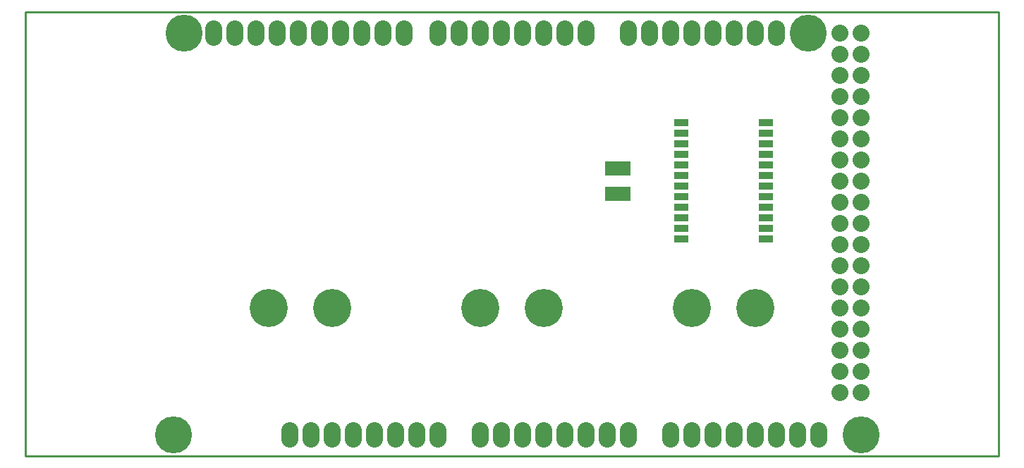
<source format=gbs>
G04 (created by PCBNEW (2013-jul-07)-stable) date Wed 30 Jul 2014 03:33:50 PM EDT*
%MOIN*%
G04 Gerber Fmt 3.4, Leading zero omitted, Abs format*
%FSLAX34Y34*%
G01*
G70*
G90*
G04 APERTURE LIST*
%ADD10C,0.00590551*%
%ADD11C,0.009*%
%ADD12C,0.175*%
%ADD13O,0.08X0.12*%
%ADD14C,0.08*%
%ADD15R,0.12X0.07*%
%ADD16R,0.07X0.035*%
%ADD17C,0.18*%
G04 APERTURE END LIST*
G54D10*
G54D11*
X89500Y-51500D02*
X43500Y-51500D01*
X43500Y-30500D02*
X89500Y-30500D01*
X43500Y-30500D02*
X43500Y-51500D01*
X89500Y-51500D02*
X89500Y-30500D01*
G54D12*
X50500Y-50500D03*
X51000Y-31500D03*
X83000Y-50500D03*
X80500Y-31500D03*
G54D13*
X56000Y-50500D03*
X57000Y-50500D03*
X58000Y-50500D03*
X59000Y-50500D03*
X60000Y-50500D03*
X61000Y-50500D03*
X62000Y-50500D03*
X63000Y-50500D03*
X65000Y-50500D03*
X66000Y-50500D03*
X67000Y-50500D03*
X68000Y-50500D03*
X69000Y-50500D03*
X70000Y-50500D03*
X71000Y-50500D03*
X72000Y-50500D03*
X74000Y-50500D03*
X75000Y-50500D03*
X76000Y-50500D03*
X77000Y-50500D03*
X78000Y-50500D03*
X79000Y-50500D03*
X80000Y-50500D03*
X81000Y-50500D03*
X52400Y-31500D03*
X53400Y-31500D03*
X54400Y-31500D03*
X55400Y-31500D03*
X56400Y-31500D03*
X57400Y-31500D03*
X58400Y-31500D03*
X59400Y-31500D03*
X60400Y-31500D03*
X61400Y-31500D03*
X63000Y-31500D03*
X70000Y-31500D03*
X69000Y-31500D03*
X68000Y-31500D03*
X67000Y-31500D03*
X66000Y-31500D03*
X65000Y-31500D03*
X64000Y-31500D03*
X72000Y-31500D03*
X73000Y-31500D03*
X74000Y-31500D03*
X75000Y-31500D03*
X76000Y-31500D03*
X77000Y-31500D03*
X78000Y-31500D03*
X79000Y-31500D03*
G54D14*
X82000Y-31500D03*
X83000Y-31500D03*
X82000Y-32500D03*
X83000Y-32500D03*
X82000Y-33500D03*
X83000Y-33500D03*
X82000Y-34500D03*
X83000Y-34500D03*
X82000Y-35500D03*
X83000Y-35500D03*
X82000Y-36500D03*
X83000Y-36500D03*
X82000Y-37500D03*
X83000Y-37500D03*
X82000Y-38500D03*
X83000Y-38500D03*
X82000Y-39500D03*
X83000Y-39500D03*
X82000Y-40500D03*
X83000Y-40500D03*
X82000Y-41500D03*
X83000Y-41500D03*
X82000Y-42500D03*
X83000Y-42500D03*
X82000Y-43500D03*
X83000Y-43500D03*
X82000Y-44500D03*
X83000Y-44500D03*
X82000Y-45500D03*
X83000Y-45500D03*
X82000Y-46500D03*
X83000Y-46500D03*
X82000Y-47500D03*
X83000Y-47500D03*
X82000Y-48500D03*
X83000Y-48500D03*
G54D15*
X71500Y-37900D03*
X71500Y-39100D03*
G54D16*
X78500Y-38250D03*
X78500Y-37750D03*
X78500Y-37250D03*
X78500Y-36750D03*
X78500Y-36250D03*
X78500Y-35750D03*
X78500Y-38750D03*
X78500Y-39250D03*
X78500Y-39750D03*
X78500Y-40250D03*
X78500Y-40750D03*
X78500Y-41250D03*
X74500Y-41250D03*
X74500Y-40750D03*
X74500Y-40250D03*
X74500Y-39750D03*
X74500Y-39250D03*
X74500Y-38750D03*
X74500Y-38250D03*
X74500Y-37750D03*
X74500Y-37250D03*
X74500Y-36750D03*
X74500Y-36250D03*
X74500Y-35750D03*
G54D17*
X58000Y-44500D03*
X55000Y-44500D03*
X68000Y-44500D03*
X65000Y-44500D03*
X78000Y-44500D03*
X75000Y-44500D03*
M02*

</source>
